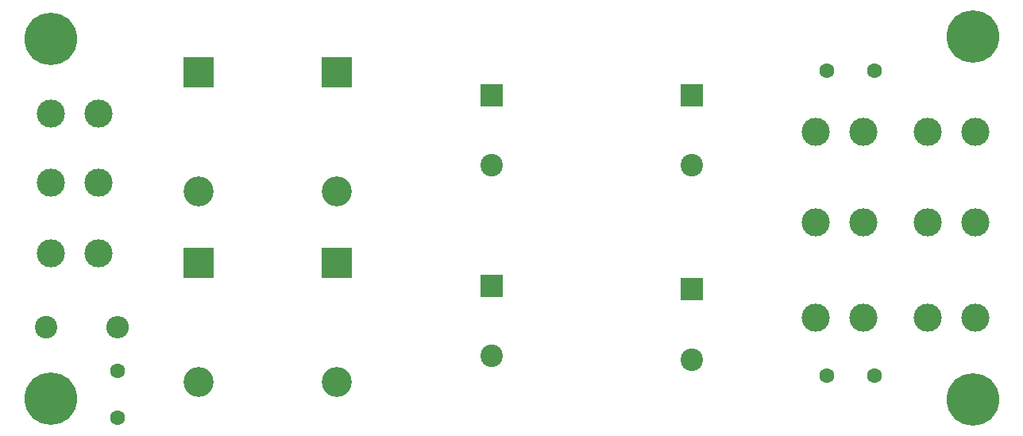
<source format=gbr>
%TF.GenerationSoftware,KiCad,Pcbnew,8.0.5*%
%TF.CreationDate,2024-10-27T20:23:34-04:00*%
%TF.ProjectId,power_supply,706f7765-725f-4737-9570-706c792e6b69,rev?*%
%TF.SameCoordinates,Original*%
%TF.FileFunction,Soldermask,Top*%
%TF.FilePolarity,Negative*%
%FSLAX46Y46*%
G04 Gerber Fmt 4.6, Leading zero omitted, Abs format (unit mm)*
G04 Created by KiCad (PCBNEW 8.0.5) date 2024-10-27 20:23:34*
%MOMM*%
%LPD*%
G01*
G04 APERTURE LIST*
%ADD10C,2.400000*%
%ADD11O,2.400000X2.400000*%
%ADD12C,3.000000*%
%ADD13C,1.600000*%
%ADD14C,5.600000*%
%ADD15R,2.400000X2.400000*%
%ADD16R,3.200000X3.200000*%
%ADD17O,3.200000X3.200000*%
G04 APERTURE END LIST*
D10*
%TO.C,R3*%
X66819000Y-97028000D03*
D11*
X74439000Y-97028000D03*
%TD*%
D12*
%TO.C,J6*%
X148844000Y-76200000D03*
X153924000Y-76200000D03*
%TD*%
%TO.C,J3*%
X160782000Y-85852000D03*
X165862000Y-85852000D03*
%TD*%
%TO.C,J5*%
X160782000Y-96012000D03*
X165862000Y-96012000D03*
%TD*%
%TO.C,J6*%
X160782000Y-76200000D03*
X165862000Y-76200000D03*
%TD*%
%TO.C,J4*%
X67310000Y-74268000D03*
X72390000Y-74268000D03*
%TD*%
%TO.C,J3*%
X148844000Y-85852000D03*
X153924000Y-85852000D03*
%TD*%
%TO.C,J2*%
X67310000Y-81634000D03*
X72390000Y-81634000D03*
%TD*%
%TO.C,J1*%
X67310000Y-89154000D03*
X72390000Y-89154000D03*
%TD*%
D13*
%TO.C,C4*%
X155092000Y-102164000D03*
X150092000Y-102164000D03*
%TD*%
D14*
%TO.C,REF\u002A\u002A*%
X165608000Y-104704000D03*
%TD*%
D10*
%TO.C,C2*%
X114300000Y-100076000D03*
D15*
X114300000Y-92576000D03*
%TD*%
D16*
%TO.C,D4*%
X97790000Y-90170000D03*
D17*
X97790000Y-102870000D03*
%TD*%
D14*
%TO.C,REF\u002A\u002A*%
X67310000Y-66294000D03*
%TD*%
D15*
%TO.C,C5*%
X135636000Y-72256000D03*
D10*
X135636000Y-79756000D03*
%TD*%
D16*
%TO.C,D3*%
X83058000Y-69850000D03*
D17*
X83058000Y-82550000D03*
%TD*%
D14*
%TO.C,REF\u002A\u002A*%
X67310000Y-104648000D03*
%TD*%
D15*
%TO.C,C1*%
X114300000Y-72256000D03*
D10*
X114300000Y-79756000D03*
%TD*%
D14*
%TO.C,REF\u002A\u002A*%
X165608000Y-66040000D03*
%TD*%
D13*
%TO.C,C3*%
X150092000Y-69652000D03*
X155092000Y-69652000D03*
%TD*%
D15*
%TO.C,C6*%
X135636000Y-92964000D03*
D10*
X135636000Y-100464000D03*
%TD*%
D16*
%TO.C,D1*%
X97790000Y-69850000D03*
D17*
X97790000Y-82550000D03*
%TD*%
D16*
%TO.C,D2*%
X83058000Y-90170000D03*
D17*
X83058000Y-102870000D03*
%TD*%
D12*
%TO.C,J5*%
X153924000Y-96012000D03*
X148844000Y-96012000D03*
%TD*%
D13*
%TO.C,C7*%
X74422000Y-106640000D03*
X74422000Y-101640000D03*
%TD*%
M02*

</source>
